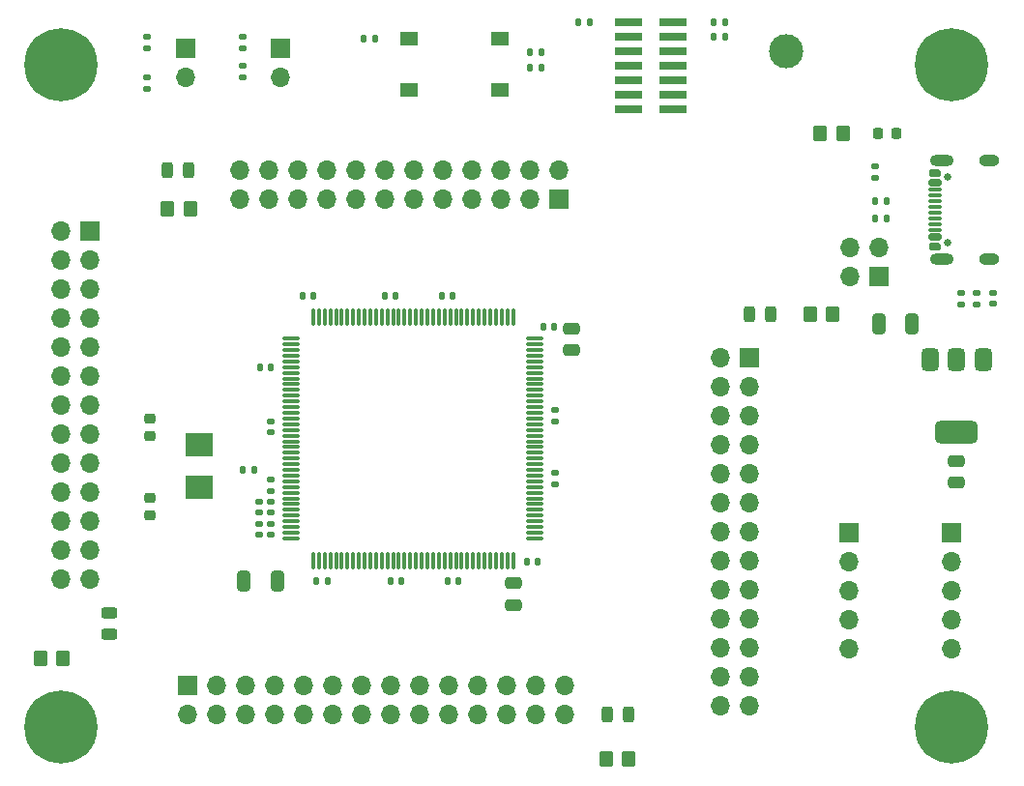
<source format=gbr>
%TF.GenerationSoftware,KiCad,Pcbnew,8.0.1*%
%TF.CreationDate,2024-03-16T09:18:17+01:00*%
%TF.ProjectId,pcb723,70636237-3233-42e6-9b69-6361645f7063,rev?*%
%TF.SameCoordinates,PX55d4a80PY68e7780*%
%TF.FileFunction,Soldermask,Top*%
%TF.FilePolarity,Negative*%
%FSLAX46Y46*%
G04 Gerber Fmt 4.6, Leading zero omitted, Abs format (unit mm)*
G04 Created by KiCad (PCBNEW 8.0.1) date 2024-03-16 09:18:17*
%MOMM*%
%LPD*%
G01*
G04 APERTURE LIST*
G04 Aperture macros list*
%AMRoundRect*
0 Rectangle with rounded corners*
0 $1 Rounding radius*
0 $2 $3 $4 $5 $6 $7 $8 $9 X,Y pos of 4 corners*
0 Add a 4 corners polygon primitive as box body*
4,1,4,$2,$3,$4,$5,$6,$7,$8,$9,$2,$3,0*
0 Add four circle primitives for the rounded corners*
1,1,$1+$1,$2,$3*
1,1,$1+$1,$4,$5*
1,1,$1+$1,$6,$7*
1,1,$1+$1,$8,$9*
0 Add four rect primitives between the rounded corners*
20,1,$1+$1,$2,$3,$4,$5,0*
20,1,$1+$1,$4,$5,$6,$7,0*
20,1,$1+$1,$6,$7,$8,$9,0*
20,1,$1+$1,$8,$9,$2,$3,0*%
G04 Aperture macros list end*
%ADD10RoundRect,0.250000X0.350000X0.450000X-0.350000X0.450000X-0.350000X-0.450000X0.350000X-0.450000X0*%
%ADD11RoundRect,0.250000X-0.350000X-0.450000X0.350000X-0.450000X0.350000X0.450000X-0.350000X0.450000X0*%
%ADD12R,1.700000X1.700000*%
%ADD13O,1.700000X1.700000*%
%ADD14RoundRect,0.250000X0.475000X-0.250000X0.475000X0.250000X-0.475000X0.250000X-0.475000X-0.250000X0*%
%ADD15RoundRect,0.375000X-0.375000X0.625000X-0.375000X-0.625000X0.375000X-0.625000X0.375000X0.625000X0*%
%ADD16RoundRect,0.500000X-1.400000X0.500000X-1.400000X-0.500000X1.400000X-0.500000X1.400000X0.500000X0*%
%ADD17RoundRect,0.140000X0.170000X-0.140000X0.170000X0.140000X-0.170000X0.140000X-0.170000X-0.140000X0*%
%ADD18RoundRect,0.135000X-0.135000X-0.185000X0.135000X-0.185000X0.135000X0.185000X-0.135000X0.185000X0*%
%ADD19RoundRect,0.140000X-0.140000X-0.170000X0.140000X-0.170000X0.140000X0.170000X-0.140000X0.170000X0*%
%ADD20RoundRect,0.135000X-0.185000X0.135000X-0.185000X-0.135000X0.185000X-0.135000X0.185000X0.135000X0*%
%ADD21RoundRect,0.250000X-0.475000X0.250000X-0.475000X-0.250000X0.475000X-0.250000X0.475000X0.250000X0*%
%ADD22RoundRect,0.135000X0.135000X0.185000X-0.135000X0.185000X-0.135000X-0.185000X0.135000X-0.185000X0*%
%ADD23RoundRect,0.225000X0.250000X-0.225000X0.250000X0.225000X-0.250000X0.225000X-0.250000X-0.225000X0*%
%ADD24RoundRect,0.140000X-0.170000X0.140000X-0.170000X-0.140000X0.170000X-0.140000X0.170000X0.140000X0*%
%ADD25RoundRect,0.243750X0.456250X-0.243750X0.456250X0.243750X-0.456250X0.243750X-0.456250X-0.243750X0*%
%ADD26RoundRect,0.135000X0.185000X-0.135000X0.185000X0.135000X-0.185000X0.135000X-0.185000X-0.135000X0*%
%ADD27C,3.000000*%
%ADD28RoundRect,0.075000X-0.662500X-0.075000X0.662500X-0.075000X0.662500X0.075000X-0.662500X0.075000X0*%
%ADD29RoundRect,0.075000X-0.075000X-0.662500X0.075000X-0.662500X0.075000X0.662500X-0.075000X0.662500X0*%
%ADD30R,2.400000X2.000000*%
%ADD31C,0.800000*%
%ADD32C,6.400000*%
%ADD33RoundRect,0.218750X-0.218750X-0.256250X0.218750X-0.256250X0.218750X0.256250X-0.218750X0.256250X0*%
%ADD34C,0.650000*%
%ADD35RoundRect,0.150000X0.377500X-0.150000X0.377500X0.150000X-0.377500X0.150000X-0.377500X-0.150000X0*%
%ADD36RoundRect,0.150000X0.425000X-0.150000X0.425000X0.150000X-0.425000X0.150000X-0.425000X-0.150000X0*%
%ADD37RoundRect,0.075000X0.500000X-0.075000X0.500000X0.075000X-0.500000X0.075000X-0.500000X-0.075000X0*%
%ADD38O,2.100000X1.000000*%
%ADD39O,1.800000X1.000000*%
%ADD40RoundRect,0.140000X0.140000X0.170000X-0.140000X0.170000X-0.140000X-0.170000X0.140000X-0.170000X0*%
%ADD41RoundRect,0.225000X-0.250000X0.225000X-0.250000X-0.225000X0.250000X-0.225000X0.250000X0.225000X0*%
%ADD42RoundRect,0.243750X-0.243750X-0.456250X0.243750X-0.456250X0.243750X0.456250X-0.243750X0.456250X0*%
%ADD43R,2.400000X0.740000*%
%ADD44R,1.550000X1.300000*%
%ADD45RoundRect,0.243750X0.243750X0.456250X-0.243750X0.456250X-0.243750X-0.456250X0.243750X-0.456250X0*%
%ADD46RoundRect,0.250000X-0.325000X-0.650000X0.325000X-0.650000X0.325000X0.650000X-0.325000X0.650000X0*%
G04 APERTURE END LIST*
D10*
%TO.C,R17*%
X55737500Y3160000D03*
X53737500Y3160000D03*
%TD*%
%TO.C,R18*%
X6200000Y11990000D03*
X4200000Y11990000D03*
%TD*%
D11*
%TO.C,R20*%
X15305000Y51400000D03*
X17305000Y51400000D03*
%TD*%
D10*
%TO.C,R14*%
X74500000Y58010000D03*
X72500000Y58010000D03*
%TD*%
D11*
%TO.C,R19*%
X71600000Y42130000D03*
X73600000Y42130000D03*
%TD*%
D12*
%TO.C,J6*%
X66300000Y38310000D03*
D13*
X63760000Y38310000D03*
X66300000Y35770000D03*
X63760000Y35770000D03*
X66300000Y33230000D03*
X63760000Y33230000D03*
X66300000Y30690000D03*
X63760000Y30690000D03*
X66300000Y28150000D03*
X63760000Y28150000D03*
X66300000Y25610000D03*
X63760000Y25610000D03*
X66300000Y23070000D03*
X63760000Y23070000D03*
X66300000Y20530000D03*
X63760000Y20530000D03*
X66300000Y17990000D03*
X63760000Y17990000D03*
X66300000Y15450000D03*
X63760000Y15450000D03*
X66300000Y12910000D03*
X63760000Y12910000D03*
X66300000Y10370000D03*
X63760000Y10370000D03*
X66300000Y7830000D03*
X63760000Y7830000D03*
%TD*%
D14*
%TO.C,C20*%
X45580000Y16680000D03*
X45580000Y18580000D03*
%TD*%
D15*
%TO.C,U2*%
X86732500Y38115000D03*
X84432500Y38115000D03*
D16*
X84432500Y31815000D03*
D15*
X82132500Y38115000D03*
%TD*%
D17*
%TO.C,C7*%
X49300000Y27270000D03*
X49300000Y28230000D03*
%TD*%
D18*
%TO.C,R7*%
X21950000Y28500000D03*
X22970000Y28500000D03*
%TD*%
D19*
%TO.C,C11*%
X27127500Y43710000D03*
X28087500Y43710000D03*
%TD*%
D20*
%TO.C,R11*%
X84800000Y44010000D03*
X84800000Y42990000D03*
%TD*%
D21*
%TO.C,C19*%
X50700000Y40900000D03*
X50700000Y39000000D03*
%TD*%
D12*
%TO.C,J2*%
X16900000Y65390000D03*
D13*
X16900000Y62850000D03*
%TD*%
D22*
%TO.C,R16*%
X78335000Y52030000D03*
X77315000Y52030000D03*
%TD*%
D19*
%TO.C,C5*%
X39860000Y18775000D03*
X40820000Y18775000D03*
%TD*%
D22*
%TO.C,R5*%
X48110000Y63690000D03*
X47090000Y63690000D03*
%TD*%
%TO.C,R10*%
X64140000Y67700000D03*
X63120000Y67700000D03*
%TD*%
D12*
%TO.C,J11*%
X84000000Y23000000D03*
D13*
X84000000Y20460000D03*
X84000000Y17920000D03*
X84000000Y15380000D03*
X84000000Y12840000D03*
%TD*%
D22*
%TO.C,R15*%
X78335000Y50530000D03*
X77315000Y50530000D03*
%TD*%
D23*
%TO.C,C22*%
X13820000Y24505000D03*
X13820000Y26055000D03*
%TD*%
D12*
%TO.C,J9*%
X49600000Y52240000D03*
D13*
X49600000Y54780000D03*
X47060000Y52240000D03*
X47060000Y54780000D03*
X44520000Y52240000D03*
X44520000Y54780000D03*
X41980000Y52240000D03*
X41980000Y54780000D03*
X39440000Y52240000D03*
X39440000Y54780000D03*
X36900000Y52240000D03*
X36900000Y54780000D03*
X34360000Y52240000D03*
X34360000Y54780000D03*
X31820000Y52240000D03*
X31820000Y54780000D03*
X29280000Y52240000D03*
X29280000Y54780000D03*
X26740000Y52240000D03*
X26740000Y54780000D03*
X24200000Y52240000D03*
X24200000Y54780000D03*
X21660000Y52240000D03*
X21660000Y54780000D03*
%TD*%
D24*
%TO.C,C1*%
X24400000Y32730000D03*
X24400000Y31770000D03*
%TD*%
D12*
%TO.C,J7*%
X17120000Y9600000D03*
D13*
X17120000Y7060000D03*
X19660000Y9600000D03*
X19660000Y7060000D03*
X22200000Y9600000D03*
X22200000Y7060000D03*
X24740000Y9600000D03*
X24740000Y7060000D03*
X27280000Y9600000D03*
X27280000Y7060000D03*
X29820000Y9600000D03*
X29820000Y7060000D03*
X32360000Y9600000D03*
X32360000Y7060000D03*
X34900000Y9600000D03*
X34900000Y7060000D03*
X37440000Y9600000D03*
X37440000Y7060000D03*
X39980000Y9600000D03*
X39980000Y7060000D03*
X42520000Y9600000D03*
X42520000Y7060000D03*
X45060000Y9600000D03*
X45060000Y7060000D03*
X47600000Y9600000D03*
X47600000Y7060000D03*
X50140000Y9600000D03*
X50140000Y7060000D03*
%TD*%
D17*
%TO.C,C26*%
X87600000Y43050000D03*
X87600000Y44010000D03*
%TD*%
D25*
%TO.C,D3*%
X10240000Y14082500D03*
X10240000Y15957500D03*
%TD*%
D26*
%TO.C,R1*%
X21940000Y62850000D03*
X21940000Y63870000D03*
%TD*%
D27*
%TO.C,TP1*%
X69500000Y65160000D03*
%TD*%
D17*
%TO.C,C13*%
X49300000Y32770000D03*
X49300000Y33730000D03*
%TD*%
D12*
%TO.C,J1*%
X25190000Y65390000D03*
D13*
X25190000Y62850000D03*
%TD*%
D24*
%TO.C,C2*%
X24400000Y27630000D03*
X24400000Y26670000D03*
%TD*%
D28*
%TO.C,U1*%
X26175000Y40000000D03*
X26175000Y39500000D03*
X26175000Y39000000D03*
X26175000Y38500000D03*
X26175000Y38000000D03*
X26175000Y37500000D03*
X26175000Y37000000D03*
X26175000Y36500000D03*
X26175000Y36000000D03*
X26175000Y35500000D03*
X26175000Y35000000D03*
X26175000Y34500000D03*
X26175000Y34000000D03*
X26175000Y33500000D03*
X26175000Y33000000D03*
X26175000Y32500000D03*
X26175000Y32000000D03*
X26175000Y31500000D03*
X26175000Y31000000D03*
X26175000Y30500000D03*
X26175000Y30000000D03*
X26175000Y29500000D03*
X26175000Y29000000D03*
X26175000Y28500000D03*
X26175000Y28000000D03*
X26175000Y27500000D03*
X26175000Y27000000D03*
X26175000Y26500000D03*
X26175000Y26000000D03*
X26175000Y25500000D03*
X26175000Y25000000D03*
X26175000Y24500000D03*
X26175000Y24000000D03*
X26175000Y23500000D03*
X26175000Y23000000D03*
X26175000Y22500000D03*
D29*
X28087500Y20587500D03*
X28587500Y20587500D03*
X29087500Y20587500D03*
X29587500Y20587500D03*
X30087500Y20587500D03*
X30587500Y20587500D03*
X31087500Y20587500D03*
X31587500Y20587500D03*
X32087500Y20587500D03*
X32587500Y20587500D03*
X33087500Y20587500D03*
X33587500Y20587500D03*
X34087500Y20587500D03*
X34587500Y20587500D03*
X35087500Y20587500D03*
X35587500Y20587500D03*
X36087500Y20587500D03*
X36587500Y20587500D03*
X37087500Y20587500D03*
X37587500Y20587500D03*
X38087500Y20587500D03*
X38587500Y20587500D03*
X39087500Y20587500D03*
X39587500Y20587500D03*
X40087500Y20587500D03*
X40587500Y20587500D03*
X41087500Y20587500D03*
X41587500Y20587500D03*
X42087500Y20587500D03*
X42587500Y20587500D03*
X43087500Y20587500D03*
X43587500Y20587500D03*
X44087500Y20587500D03*
X44587500Y20587500D03*
X45087500Y20587500D03*
X45587500Y20587500D03*
D28*
X47500000Y22500000D03*
X47500000Y23000000D03*
X47500000Y23500000D03*
X47500000Y24000000D03*
X47500000Y24500000D03*
X47500000Y25000000D03*
X47500000Y25500000D03*
X47500000Y26000000D03*
X47500000Y26500000D03*
X47500000Y27000000D03*
X47500000Y27500000D03*
X47500000Y28000000D03*
X47500000Y28500000D03*
X47500000Y29000000D03*
X47500000Y29500000D03*
X47500000Y30000000D03*
X47500000Y30500000D03*
X47500000Y31000000D03*
X47500000Y31500000D03*
X47500000Y32000000D03*
X47500000Y32500000D03*
X47500000Y33000000D03*
X47500000Y33500000D03*
X47500000Y34000000D03*
X47500000Y34500000D03*
X47500000Y35000000D03*
X47500000Y35500000D03*
X47500000Y36000000D03*
X47500000Y36500000D03*
X47500000Y37000000D03*
X47500000Y37500000D03*
X47500000Y38000000D03*
X47500000Y38500000D03*
X47500000Y39000000D03*
X47500000Y39500000D03*
X47500000Y40000000D03*
D29*
X45587500Y41912500D03*
X45087500Y41912500D03*
X44587500Y41912500D03*
X44087500Y41912500D03*
X43587500Y41912500D03*
X43087500Y41912500D03*
X42587500Y41912500D03*
X42087500Y41912500D03*
X41587500Y41912500D03*
X41087500Y41912500D03*
X40587500Y41912500D03*
X40087500Y41912500D03*
X39587500Y41912500D03*
X39087500Y41912500D03*
X38587500Y41912500D03*
X38087500Y41912500D03*
X37587500Y41912500D03*
X37087500Y41912500D03*
X36587500Y41912500D03*
X36087500Y41912500D03*
X35587500Y41912500D03*
X35087500Y41912500D03*
X34587500Y41912500D03*
X34087500Y41912500D03*
X33587500Y41912500D03*
X33087500Y41912500D03*
X32587500Y41912500D03*
X32087500Y41912500D03*
X31587500Y41912500D03*
X31087500Y41912500D03*
X30587500Y41912500D03*
X30087500Y41912500D03*
X29587500Y41912500D03*
X29087500Y41912500D03*
X28587500Y41912500D03*
X28087500Y41912500D03*
%TD*%
D20*
%TO.C,R2*%
X21940000Y66410000D03*
X21940000Y65390000D03*
%TD*%
D12*
%TO.C,J4*%
X77590000Y45405000D03*
D13*
X77590000Y47945000D03*
X75050000Y45405000D03*
X75050000Y47945000D03*
%TD*%
D30*
%TO.C,Y1*%
X18080000Y26980000D03*
X18080000Y30680000D03*
%TD*%
D31*
%TO.C,H3*%
X3600000Y6000000D03*
X4302944Y7697056D03*
X4302944Y4302944D03*
X6000000Y8400000D03*
D32*
X6000000Y6000000D03*
D31*
X6000000Y3600000D03*
X7697056Y7697056D03*
X7697056Y4302944D03*
X8400000Y6000000D03*
%TD*%
D12*
%TO.C,J8*%
X8500000Y49410000D03*
D13*
X5960000Y49410000D03*
X8500000Y46870000D03*
X5960000Y46870000D03*
X8500000Y44330000D03*
X5960000Y44330000D03*
X8500000Y41790000D03*
X5960000Y41790000D03*
X8500000Y39250000D03*
X5960000Y39250000D03*
X8500000Y36710000D03*
X5960000Y36710000D03*
X8500000Y34170000D03*
X5960000Y34170000D03*
X8500000Y31630000D03*
X5960000Y31630000D03*
X8500000Y29090000D03*
X5960000Y29090000D03*
X8500000Y26550000D03*
X5960000Y26550000D03*
X8500000Y24010000D03*
X5960000Y24010000D03*
X8500000Y21470000D03*
X5960000Y21470000D03*
X8500000Y18930000D03*
X5960000Y18930000D03*
%TD*%
D33*
%TO.C,D1*%
X77575000Y58010000D03*
X79150000Y58010000D03*
%TD*%
D24*
%TO.C,C17*%
X23370000Y25700000D03*
X23370000Y24740000D03*
%TD*%
D17*
%TO.C,C14*%
X23370000Y22810000D03*
X23370000Y23770000D03*
%TD*%
D34*
%TO.C,J5*%
X83630000Y48390000D03*
X83630000Y54170000D03*
D35*
X82507500Y48080000D03*
D36*
X82555000Y48880000D03*
D37*
X82555000Y50030000D03*
X82555000Y51030000D03*
X82555000Y51530000D03*
X82555000Y52530000D03*
D36*
X82555000Y53680000D03*
D35*
X82507500Y54480000D03*
X82507500Y54480000D03*
D36*
X82555000Y53680000D03*
D37*
X82555000Y53030000D03*
X82555000Y52030000D03*
X82555000Y50530000D03*
X82555000Y49530000D03*
D36*
X82555000Y48880000D03*
D35*
X82507500Y48080000D03*
D38*
X83130000Y46960000D03*
D39*
X87310000Y46960000D03*
D38*
X83130000Y55600000D03*
D39*
X87310000Y55600000D03*
%TD*%
D31*
%TO.C,H2*%
X81600000Y64000000D03*
X82302944Y65697056D03*
X82302944Y62302944D03*
X84000000Y66400000D03*
D32*
X84000000Y64000000D03*
D31*
X84000000Y61600000D03*
X85697056Y65697056D03*
X85697056Y62302944D03*
X86400000Y64000000D03*
%TD*%
D20*
%TO.C,R3*%
X13560000Y62850000D03*
X13560000Y61830000D03*
%TD*%
D40*
%TO.C,C10*%
X35320000Y43710000D03*
X34360000Y43710000D03*
%TD*%
D41*
%TO.C,C23*%
X13820000Y33005000D03*
X13820000Y31455000D03*
%TD*%
D18*
%TO.C,R9*%
X51280000Y67700000D03*
X52300000Y67700000D03*
%TD*%
D42*
%TO.C,D5*%
X15305000Y54780000D03*
X17180000Y54780000D03*
%TD*%
D43*
%TO.C,J3*%
X59570000Y60080000D03*
X55670000Y60080000D03*
X59570000Y61350000D03*
X55670000Y61350000D03*
X59570000Y62620000D03*
X55670000Y62620000D03*
X59570000Y63890000D03*
X55670000Y63890000D03*
X59570000Y65160000D03*
X55670000Y65160000D03*
X59570000Y66430000D03*
X55670000Y66430000D03*
X59570000Y67700000D03*
X55670000Y67700000D03*
%TD*%
D40*
%TO.C,C8*%
X49180000Y41000000D03*
X48220000Y41000000D03*
%TD*%
D22*
%TO.C,R8*%
X64140000Y66430000D03*
X63120000Y66430000D03*
%TD*%
D44*
%TO.C,SW1*%
X36500000Y66250000D03*
X44450000Y66250000D03*
X36500000Y61750000D03*
X44450000Y61750000D03*
%TD*%
D40*
%TO.C,C6*%
X47730000Y20480000D03*
X46770000Y20480000D03*
%TD*%
D22*
%TO.C,R6*%
X33530000Y66250000D03*
X32510000Y66250000D03*
%TD*%
D19*
%TO.C,C3*%
X28365000Y18775000D03*
X29325000Y18775000D03*
%TD*%
D24*
%TO.C,C16*%
X24390000Y25700000D03*
X24390000Y24740000D03*
%TD*%
D17*
%TO.C,C15*%
X24400000Y22810000D03*
X24400000Y23770000D03*
%TD*%
D31*
%TO.C,H1*%
X3600000Y64000000D03*
X4302944Y65697056D03*
X4302944Y62302944D03*
X6000000Y66400000D03*
D32*
X6000000Y64000000D03*
D31*
X6000000Y61600000D03*
X7697056Y65697056D03*
X7697056Y62302944D03*
X8400000Y64000000D03*
%TD*%
D21*
%TO.C,C24*%
X84432500Y29275000D03*
X84432500Y27375000D03*
%TD*%
D31*
%TO.C,H4*%
X81600000Y6000000D03*
X82302944Y7697056D03*
X82302944Y4302944D03*
X84000000Y8400000D03*
D32*
X84000000Y6000000D03*
D31*
X84000000Y3600000D03*
X85697056Y7697056D03*
X85697056Y4302944D03*
X86400000Y6000000D03*
%TD*%
D40*
%TO.C,C9*%
X40320000Y43710000D03*
X39360000Y43710000D03*
%TD*%
D26*
%TO.C,R12*%
X77300000Y54090000D03*
X77300000Y55110000D03*
%TD*%
D19*
%TO.C,C12*%
X23440000Y37500000D03*
X24400000Y37500000D03*
%TD*%
D20*
%TO.C,R4*%
X13560000Y66410000D03*
X13560000Y65390000D03*
%TD*%
D45*
%TO.C,D2*%
X55737500Y7060000D03*
X53862500Y7060000D03*
%TD*%
D46*
%TO.C,C18*%
X22005000Y18800000D03*
X24955000Y18800000D03*
%TD*%
D20*
%TO.C,R13*%
X86200000Y44010000D03*
X86200000Y42990000D03*
%TD*%
D40*
%TO.C,C21*%
X48050000Y65080000D03*
X47090000Y65080000D03*
%TD*%
D19*
%TO.C,C4*%
X34860000Y18775000D03*
X35820000Y18775000D03*
%TD*%
D45*
%TO.C,D4*%
X68175000Y42130000D03*
X66300000Y42130000D03*
%TD*%
D46*
%TO.C,C25*%
X77590000Y41300000D03*
X80540000Y41300000D03*
%TD*%
D12*
%TO.C,J10*%
X75000000Y23000000D03*
D13*
X75000000Y20460000D03*
X75000000Y17920000D03*
X75000000Y15380000D03*
X75000000Y12840000D03*
%TD*%
M02*

</source>
